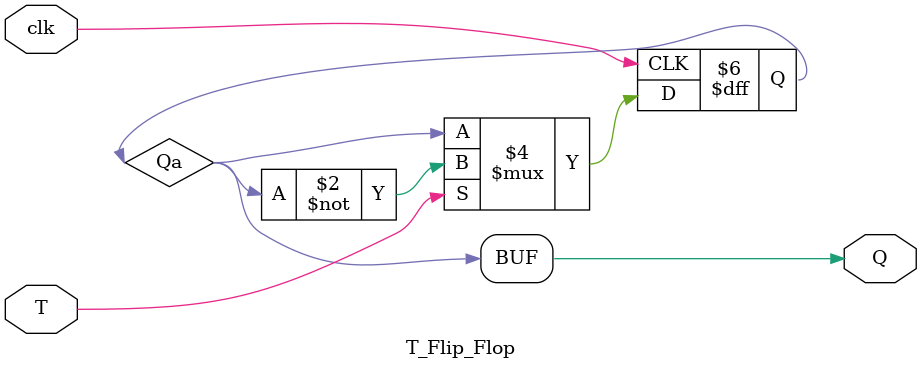
<source format=v>
`timescale 1ns / 1ps

    module Metronome(
    input [2:0]BTN,
    input clk,
    output led,
    output [3:0]led_bread,
    output [7:0]DISP_EN_top,
    output [3:0]AN_top
    );
    //  After debounce,
    //  1. send dbtn to logic (adder or Mux or FSM) to increase/decrease MAX_COUNT
    //  2. send result of that logic to the register
    //  3. Feed the output of that register back into logic from #1
    //  4. Also take the output of that register and send it to the tempo clock divider
    //  5. send the output of tempo clock divider (tempo) to the T Flip Flop controlling the LED
    //  6. Take the output of the register (MAX_COUNT) and osned it through sseg_dec to display on board 
    wire dbtn_up;       //  NOTE: as MAX_COUNT increases, tempo gets slower.
    wire dbtn_dn;
    wire tempo;         //  This wire will leave the clock divider and be the slowed clock AKA tempo of metronome                                         
    wire [31:0] Into_Reg;       //  Wire Leaving the tempo_changer and entering the register           
    wire [31:0] Out_Of_Reg;     //  Wire leaving the register and entering both the Mux and Tempo_clk_div    
    wire [7:0] display_val;
    
    debounce_one_shot debounce_up_btn(
            .CLK(clk),
            .BTN(BTN[0]),
            .DB_BTN(dbtn_up)
        );
// This Module is working, according to simulation (output is high when expected)
// According to Synthesized design, nothing is coming OUT of this module        

debounce_one_shot debounce_dn_btn (
            .CLK(clk),
            .BTN(BTN[1]),
            .DB_BTN(dbtn_dn)
        );
// This Module is working, according to simulation (output is high when expected)
// According to Synthesized design, nothing is coming OUT of this module
    
    tempo_changer changer (
            .clk(clk),
            .BTN_UP(dbtn_up),
            .BTN_DN(dbtn_dn),
            .From_Register(Out_Of_Reg),
            .New_Count(Into_Reg)    
        );
// This is NOT showing up in the Synthesized design Schematic
// Mux_Sel is being output as "X" in simulation
// Tried: changing s reg to 1 bit from 3 - No Dice
// Tried: assign S = s[0]; - No Dice
// Try: naming port connection in instantiation i.e. .PortName(WireName)
        
    reg_nb register (
            .data_in(Into_Reg),
            .clk(clk),
            .clr(BTN[2]),
            .data_out(Out_Of_Reg)
        );
// Getting rid of Initial as an input and keeping it internal to the register
    
    tempo_clk_div tempo_clk (
            .clk(clk),
            .MAX_COUNT(Out_Of_Reg),
            .tempo(tempo)
        );
// This is showing up in the Synthesized design Schematic
    
    T_Flip_Flop TFF1 (
            .T(1'b1),
            .clk(tempo),
            .Q(led)
        );
// This is showing up in the Synthesized design Schematic
//    assign led_bread = led;
    shift_reg breadboard (
            .clk(tempo),
            .data_out(led_bread)
        );
        
    assign display_val = Out_Of_Reg[7:0];
//  I was trying to get the last 8 bits, almost always 0 on right most display #, 
//      now I am trying first 8 bits           
        
    sseg_dec displayer (
            .ALU_VAL(display_val),
            .SIGN(1'b0),
            .VALID(1'b1),
            .CLK(clk),
            .DISP_EN(AN_top),
            .SEGMENTS(DISP_EN_top)
        );    
        
endmodule

module tempo_changer (
        input clk,
        input BTN_UP,
        input BTN_DN,
        input [31:0] From_Register,
        output [31:0] New_Count
    );
    //  Do we want to send CLR to the tempo_changer? probably not. Especially if it isn't debounced
    //  Take in BTNs after debounce_one_shot
    //  see if the user wants to increase or decrease tempo
    //  Increase or decrease the tempo using a register, Q
    //  let the output = that register
    //  the s is the selector for a Mux that decides if we use the very first initial value of MAX_COUNT
    //      or the result of tempo_changer after passing through the register
    integer Tempo_Interval = 1000000;
    integer Minimum_Count = 2200;
//  Try: Get rid of Tempo_Interval as an input, keep it as an integer inside the module    
    reg [31:0] Q;
    always @ (posedge clk)
    begin
        Q <= From_Register;
        if (BTN_UP == 1) begin
            Q <= Q + Tempo_Interval;
        end else if (BTN_DN == 1) begin
            if (Q < Tempo_Interval) begin
                Q <= Minimum_Count;
            end
            else begin        
                Q <= Q - Tempo_Interval;
            end
        end
            // Maybe another if statement to prevent this number from becoming negative
            //  i.e. if Q < Tempo_Interval, then Q <= set_minimum_value_for_max_count
            //  Maybe do the same for Maximum
//      Got rid of the else if and just put if for the 2nd statement here            
// Try: Changing Q = Q - Tempo_Interval; to Q <= Q - Tempo_Interval;
    end
    assign New_Count = Q; 
endmodule

module tempo_clk_div (  
        input clk,
        input [31:0]MAX_COUNT,
        output tempo
    );
    integer div_cnt_t =0;
    reg tmp_clk=0; 
    always @ (posedge clk)              
    begin
        if (div_cnt_t == MAX_COUNT) 
        begin
            tmp_clk = ~tmp_clk; 
            div_cnt_t = 0;
        end else
            div_cnt_t = div_cnt_t + 1;  
    end 
    assign tempo = tmp_clk; 
endmodule

module T_Flip_Flop(
        input T,
        input clk,
        output Q
    );        
    reg Qa = 1'b0;     
    assign Q=Qa;
    always @ (posedge clk)
    begin
        if (T) begin
            Qa <= ~Qa;
        end
    end
endmodule   
</source>
